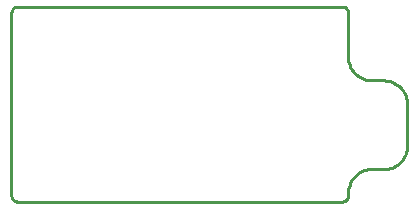
<source format=gbr>
G04 EAGLE Gerber RS-274X export*
G75*
%MOMM*%
%FSLAX34Y34*%
%LPD*%
%IN*%
%IPPOS*%
%AMOC8*
5,1,8,0,0,1.08239X$1,22.5*%
G01*
%ADD10C,0.254000*%


D10*
X0Y5000D02*
X19Y4564D01*
X76Y4132D01*
X170Y3706D01*
X302Y3290D01*
X468Y2887D01*
X670Y2500D01*
X904Y2132D01*
X1170Y1786D01*
X1464Y1464D01*
X1786Y1170D01*
X2132Y904D01*
X2500Y670D01*
X2887Y468D01*
X3290Y302D01*
X3706Y170D01*
X4132Y76D01*
X4564Y19D01*
X5000Y0D01*
X280000Y0D01*
X280436Y19D01*
X280868Y76D01*
X281294Y170D01*
X281710Y302D01*
X282113Y468D01*
X282500Y670D01*
X282868Y904D01*
X283214Y1170D01*
X283536Y1464D01*
X283830Y1786D01*
X284096Y2132D01*
X284330Y2500D01*
X284532Y2887D01*
X284698Y3290D01*
X284830Y3706D01*
X284924Y4132D01*
X284981Y4564D01*
X285000Y5000D01*
X285000Y7500D01*
X285076Y9243D01*
X285304Y10973D01*
X285681Y12676D01*
X286206Y14340D01*
X286874Y15952D01*
X287680Y17500D01*
X288617Y18972D01*
X289679Y20356D01*
X290858Y21642D01*
X292144Y22821D01*
X293528Y23883D01*
X295000Y24821D01*
X296548Y25626D01*
X298160Y26294D01*
X299824Y26819D01*
X301527Y27196D01*
X303257Y27424D01*
X305000Y27500D01*
X315000Y27500D01*
X316743Y27576D01*
X318473Y27804D01*
X320176Y28181D01*
X321840Y28706D01*
X323452Y29374D01*
X325000Y30180D01*
X326472Y31117D01*
X327856Y32179D01*
X329142Y33358D01*
X330321Y34644D01*
X331383Y36028D01*
X332321Y37500D01*
X333126Y39048D01*
X333794Y40660D01*
X334319Y42324D01*
X334696Y44027D01*
X334924Y45757D01*
X335000Y47500D01*
X335000Y82500D01*
X334924Y84243D01*
X334696Y85973D01*
X334319Y87676D01*
X333794Y89340D01*
X333126Y90952D01*
X332321Y92500D01*
X331383Y93972D01*
X330321Y95356D01*
X329142Y96642D01*
X327856Y97821D01*
X326472Y98883D01*
X325000Y99821D01*
X323452Y100626D01*
X321840Y101294D01*
X320176Y101819D01*
X318473Y102196D01*
X316743Y102424D01*
X315000Y102500D01*
X305000Y102500D01*
X303257Y102576D01*
X301527Y102804D01*
X299824Y103181D01*
X298160Y103706D01*
X296548Y104374D01*
X295000Y105180D01*
X293528Y106117D01*
X292144Y107179D01*
X290858Y108358D01*
X289679Y109644D01*
X288617Y111028D01*
X287680Y112500D01*
X286874Y114048D01*
X286206Y115660D01*
X285681Y117324D01*
X285304Y119027D01*
X285076Y120757D01*
X285000Y122500D01*
X285000Y160000D01*
X284981Y160436D01*
X284924Y160868D01*
X284830Y161294D01*
X284698Y161710D01*
X284532Y162113D01*
X284330Y162500D01*
X284096Y162868D01*
X283830Y163214D01*
X283536Y163536D01*
X283214Y163830D01*
X282868Y164096D01*
X282500Y164330D01*
X282113Y164532D01*
X281710Y164698D01*
X281294Y164830D01*
X280868Y164924D01*
X280436Y164981D01*
X280000Y165000D01*
X5000Y165000D01*
X4564Y164981D01*
X4132Y164924D01*
X3706Y164830D01*
X3290Y164698D01*
X2887Y164532D01*
X2500Y164330D01*
X2132Y164096D01*
X1786Y163830D01*
X1464Y163536D01*
X1170Y163214D01*
X904Y162868D01*
X670Y162500D01*
X468Y162113D01*
X302Y161710D01*
X170Y161294D01*
X76Y160868D01*
X19Y160436D01*
X0Y160000D01*
X0Y5000D01*
M02*

</source>
